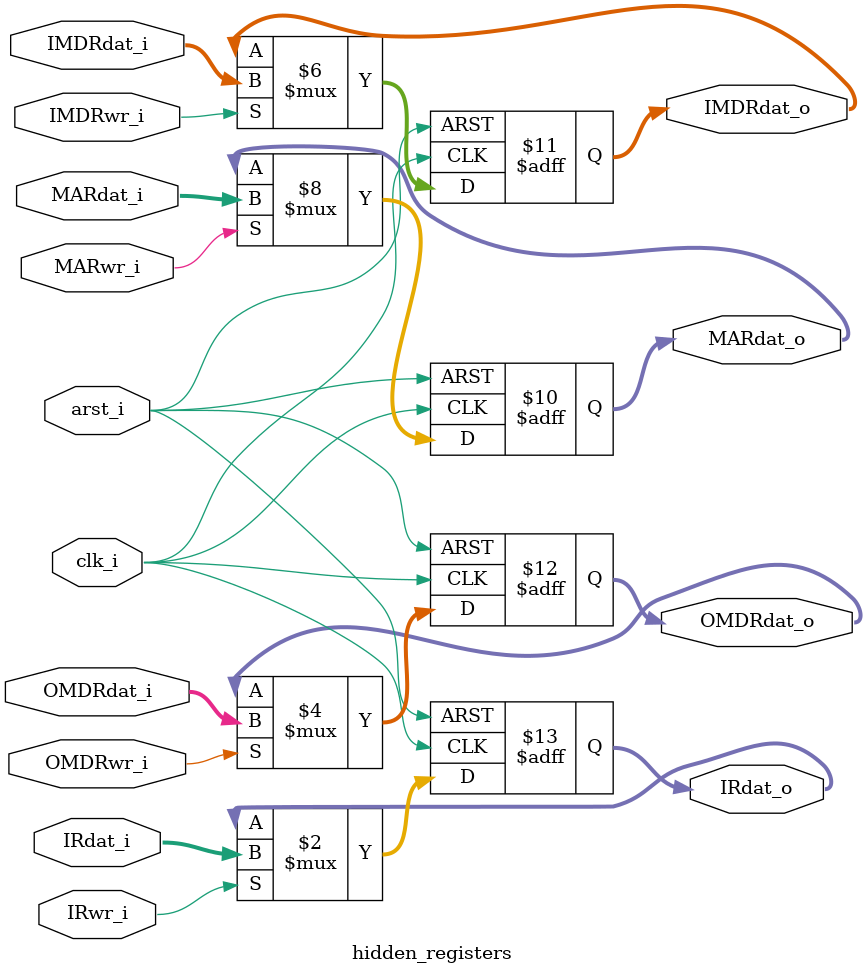
<source format=sv>
/*
 * file: hidden_registers.sv
 * author: Manuel Burnay
 * date created: 2019.12.17
 */

/*
 * Hidden registers module.
 * Register File that contains all hidden registers that the 
 * processor's datapath requires.
 * It is different from a regular register file due to each
 * register having separate sources signal lanes and write enable signals.
 */
module hidden_registers 
#(
	parameter WORD = 16
 )
(
	input wire clk_i, arst_i,

	input wire MARwr_i, IMDRwr_i, OMDRwr_i, IRwr_i,
	input wire[WORD-1:0] MARdat_i, IMDRdat_i, OMDRdat_i, IRdat_i,

	output reg[WORD-1:0] MARdat_o, IMDRdat_o, OMDRdat_o, IRdat_o
);

int i;

always @ (posedge clk_i, posedge arst_i) begin
    if (arst_i) begin
        MARdat_o <= 0;
        IMDRdat_o <= 0;
        OMDRdat_o <= 0;
        IRdat_o <= 0;
    end
    else begin
        if (MARwr_i)	MARdat_o <= MARdat_i;
        if (IMDRwr_i)	IMDRdat_o <= IMDRdat_i;
        if (OMDRwr_i)	OMDRdat_o <= OMDRdat_i;
        if (IRwr_i)		IRdat_o <= IRdat_i;
	end
end

endmodule
</source>
